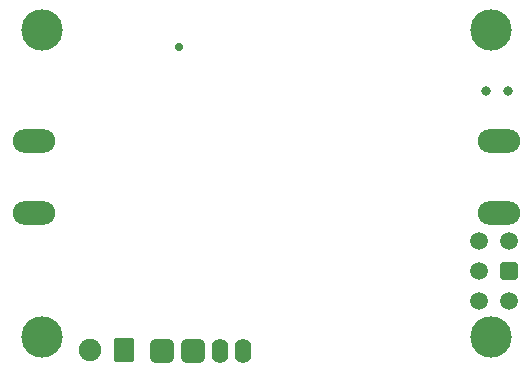
<source format=gbs>
G04*
G04 #@! TF.GenerationSoftware,Altium Limited,Altium Designer,20.1.8 (145)*
G04*
G04 Layer_Color=16711935*
%FSAX44Y44*%
%MOMM*%
G71*
G04*
G04 #@! TF.SameCoordinates,038E23F0-B42B-4C45-894E-EE78EB3E0CC3*
G04*
G04*
G04 #@! TF.FilePolarity,Negative*
G04*
G01*
G75*
%ADD52C,1.5000*%
G04:AMPARAMS|DCode=53|XSize=1.5mm|YSize=1.5mm|CornerRadius=0.15mm|HoleSize=0mm|Usage=FLASHONLY|Rotation=180.000|XOffset=0mm|YOffset=0mm|HoleType=Round|Shape=RoundedRectangle|*
%AMROUNDEDRECTD53*
21,1,1.5000,1.2000,0,0,180.0*
21,1,1.2000,1.5000,0,0,180.0*
1,1,0.3000,-0.6000,0.6000*
1,1,0.3000,0.6000,0.6000*
1,1,0.3000,0.6000,-0.6000*
1,1,0.3000,-0.6000,-0.6000*
%
%ADD53ROUNDEDRECTD53*%
G04:AMPARAMS|DCode=54|XSize=1.7mm|YSize=2.1mm|CornerRadius=0.21mm|HoleSize=0mm|Usage=FLASHONLY|Rotation=0.000|XOffset=0mm|YOffset=0mm|HoleType=Round|Shape=RoundedRectangle|*
%AMROUNDEDRECTD54*
21,1,1.7000,1.6800,0,0,0.0*
21,1,1.2800,2.1000,0,0,0.0*
1,1,0.4200,0.6400,-0.8400*
1,1,0.4200,-0.6400,-0.8400*
1,1,0.4200,-0.6400,0.8400*
1,1,0.4200,0.6400,0.8400*
%
%ADD54ROUNDEDRECTD54*%
%ADD55C,1.9000*%
%ADD56O,3.6000X2.0000*%
%ADD57C,0.8000*%
%ADD58C,3.5000*%
G04:AMPARAMS|DCode=59|XSize=1.4mm|YSize=2.1mm|CornerRadius=0.7mm|HoleSize=0mm|Usage=FLASHONLY|Rotation=0.000|XOffset=0mm|YOffset=0mm|HoleType=Round|Shape=RoundedRectangle|*
%AMROUNDEDRECTD59*
21,1,1.4000,0.7000,0,0,0.0*
21,1,0.0000,2.1000,0,0,0.0*
1,1,1.4000,0.0000,-0.3500*
1,1,1.4000,0.0000,-0.3500*
1,1,1.4000,0.0000,0.3500*
1,1,1.4000,0.0000,0.3500*
%
%ADD59ROUNDEDRECTD59*%
G04:AMPARAMS|DCode=60|XSize=2.1mm|YSize=2.1mm|CornerRadius=0.55mm|HoleSize=0mm|Usage=FLASHONLY|Rotation=0.000|XOffset=0mm|YOffset=0mm|HoleType=Round|Shape=RoundedRectangle|*
%AMROUNDEDRECTD60*
21,1,2.1000,1.0000,0,0,0.0*
21,1,1.0000,2.1000,0,0,0.0*
1,1,1.1000,0.5000,-0.5000*
1,1,1.1000,-0.5000,-0.5000*
1,1,1.1000,-0.5000,0.5000*
1,1,1.1000,0.5000,0.5000*
%
%ADD60ROUNDEDRECTD60*%
%ADD66C,0.7000*%
D52*
X00399666Y00111232D02*
D03*
Y00085832D02*
D03*
Y00060432D02*
D03*
X00425066D02*
D03*
Y00111232D02*
D03*
D53*
Y00085832D02*
D03*
D54*
X00099727Y00019020D02*
D03*
D55*
X00070592D02*
D03*
D56*
X00023250Y00195502D02*
D03*
Y00134504D02*
D03*
X00416750Y00195502D02*
D03*
Y00134504D02*
D03*
D57*
X00424384Y00238000D02*
D03*
X00406384D02*
D03*
D58*
X00410000Y00290000D02*
D03*
Y00030000D02*
D03*
X00030000D02*
D03*
Y00290000D02*
D03*
D59*
X00200640Y00017750D02*
D03*
X00180524D02*
D03*
D60*
X00157968D02*
D03*
X00132060Y00018004D02*
D03*
D66*
X00146268Y00275630D02*
D03*
M02*

</source>
